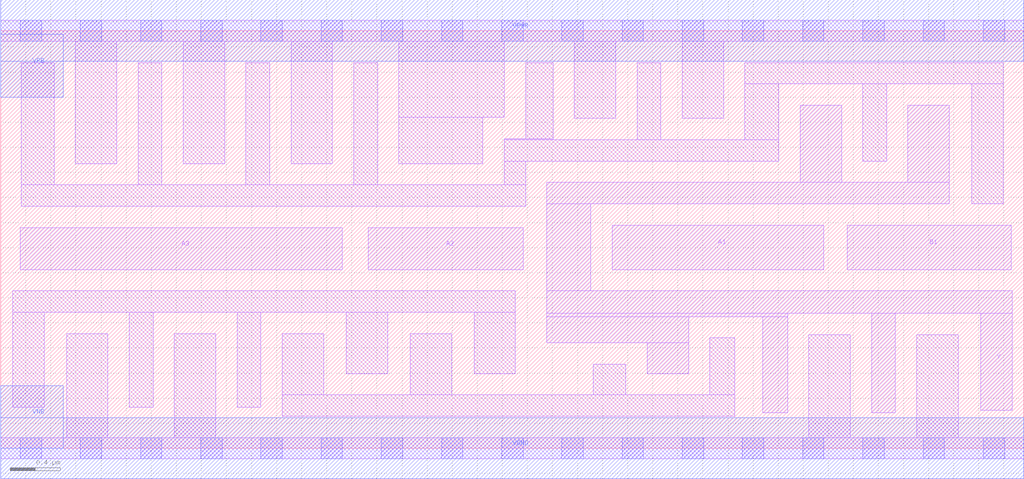
<source format=lef>
# Copyright 2020 The SkyWater PDK Authors
#
# Licensed under the Apache License, Version 2.0 (the "License");
# you may not use this file except in compliance with the License.
# You may obtain a copy of the License at
#
#     https://www.apache.org/licenses/LICENSE-2.0
#
# Unless required by applicable law or agreed to in writing, software
# distributed under the License is distributed on an "AS IS" BASIS,
# WITHOUT WARRANTIES OR CONDITIONS OF ANY KIND, either express or implied.
# See the License for the specific language governing permissions and
# limitations under the License.
#
# SPDX-License-Identifier: Apache-2.0

VERSION 5.5 ;
NAMESCASESENSITIVE ON ;
BUSBITCHARS "[]" ;
DIVIDERCHAR "/" ;
MACRO sky130_fd_sc_lp__a31oi_4
  CLASS CORE ;
  SOURCE USER ;
  ORIGIN  0.000000  0.000000 ;
  SIZE  8.160000 BY  3.330000 ;
  SYMMETRY X Y R90 ;
  SITE unit ;
  PIN A1
    ANTENNAGATEAREA  1.260000 ;
    DIRECTION INPUT ;
    USE SIGNAL ;
    PORT
      LAYER li1 ;
        RECT 4.875000 1.425000 6.565000 1.780000 ;
    END
  END A1
  PIN A2
    ANTENNAGATEAREA  1.260000 ;
    DIRECTION INPUT ;
    USE SIGNAL ;
    PORT
      LAYER li1 ;
        RECT 2.930000 1.425000 4.165000 1.760000 ;
    END
  END A2
  PIN A3
    ANTENNAGATEAREA  1.260000 ;
    DIRECTION INPUT ;
    USE SIGNAL ;
    PORT
      LAYER li1 ;
        RECT 0.155000 1.425000 2.725000 1.760000 ;
    END
  END A3
  PIN B1
    ANTENNAGATEAREA  1.260000 ;
    DIRECTION INPUT ;
    USE SIGNAL ;
    PORT
      LAYER li1 ;
        RECT 6.750000 1.425000 8.060000 1.780000 ;
    END
  END B1
  PIN Y
    ANTENNADIFFAREA  1.856400 ;
    DIRECTION OUTPUT ;
    USE SIGNAL ;
    PORT
      LAYER li1 ;
        RECT 4.355000 0.840000 5.485000 1.050000 ;
        RECT 4.355000 1.050000 6.275000 1.075000 ;
        RECT 4.355000 1.075000 8.065000 1.255000 ;
        RECT 4.355000 1.255000 4.705000 1.950000 ;
        RECT 4.355000 1.950000 7.565000 2.120000 ;
        RECT 5.155000 0.595000 5.485000 0.840000 ;
        RECT 6.075000 0.285000 6.275000 1.050000 ;
        RECT 6.375000 2.120000 6.705000 2.735000 ;
        RECT 6.945000 0.285000 7.135000 1.075000 ;
        RECT 7.235000 2.120000 7.565000 2.735000 ;
        RECT 7.815000 0.305000 8.065000 1.075000 ;
    END
  END Y
  PIN VGND
    DIRECTION INOUT ;
    USE GROUND ;
    PORT
      LAYER met1 ;
        RECT 0.000000 -0.245000 8.160000 0.245000 ;
    END
  END VGND
  PIN VNB
    DIRECTION INOUT ;
    USE GROUND ;
    PORT
    END
  END VNB
  PIN VPB
    DIRECTION INOUT ;
    USE POWER ;
    PORT
    END
  END VPB
  PIN VNB
    DIRECTION INOUT ;
    USE GROUND ;
    PORT
      LAYER met1 ;
        RECT 0.000000 0.000000 0.500000 0.500000 ;
    END
  END VNB
  PIN VPB
    DIRECTION INOUT ;
    USE POWER ;
    PORT
      LAYER met1 ;
        RECT 0.000000 2.800000 0.500000 3.300000 ;
    END
  END VPB
  PIN VPWR
    DIRECTION INOUT ;
    USE POWER ;
    PORT
      LAYER met1 ;
        RECT 0.000000 3.085000 8.160000 3.575000 ;
    END
  END VPWR
  OBS
    LAYER li1 ;
      RECT 0.000000 -0.085000 8.160000 0.085000 ;
      RECT 0.000000  3.245000 8.160000 3.415000 ;
      RECT 0.095000  0.325000 0.345000 1.085000 ;
      RECT 0.095000  1.085000 4.105000 1.255000 ;
      RECT 0.165000  1.930000 4.185000 2.100000 ;
      RECT 0.165000  2.100000 0.425000 3.075000 ;
      RECT 0.525000  0.085000 0.855000 0.915000 ;
      RECT 0.595000  2.270000 0.925000 3.245000 ;
      RECT 1.025000  0.325000 1.215000 1.085000 ;
      RECT 1.095000  2.100000 1.285000 3.075000 ;
      RECT 1.385000  0.085000 1.715000 0.915000 ;
      RECT 1.455000  2.270000 1.785000 3.245000 ;
      RECT 1.885000  0.325000 2.075000 1.085000 ;
      RECT 1.955000  2.100000 2.145000 3.075000 ;
      RECT 2.245000  0.255000 5.855000 0.425000 ;
      RECT 2.245000  0.425000 2.575000 0.915000 ;
      RECT 2.315000  2.270000 2.645000 3.245000 ;
      RECT 2.755000  0.595000 3.085000 1.085000 ;
      RECT 2.815000  2.100000 3.005000 3.075000 ;
      RECT 3.175000  2.270000 3.845000 2.640000 ;
      RECT 3.175000  2.640000 4.015000 3.245000 ;
      RECT 3.265000  0.425000 3.595000 0.915000 ;
      RECT 3.775000  0.595000 4.105000 1.085000 ;
      RECT 4.015000  2.100000 4.185000 2.290000 ;
      RECT 4.015000  2.290000 6.205000 2.460000 ;
      RECT 4.015000  2.460000 4.405000 2.470000 ;
      RECT 4.185000  2.470000 4.405000 3.075000 ;
      RECT 4.575000  2.630000 4.905000 3.245000 ;
      RECT 4.725000  0.425000 4.985000 0.670000 ;
      RECT 5.075000  2.460000 5.265000 3.075000 ;
      RECT 5.435000  2.630000 5.765000 3.245000 ;
      RECT 5.655000  0.425000 5.855000 0.880000 ;
      RECT 5.935000  2.460000 6.205000 2.905000 ;
      RECT 5.935000  2.905000 7.995000 3.075000 ;
      RECT 6.445000  0.085000 6.775000 0.905000 ;
      RECT 6.875000  2.290000 7.065000 2.905000 ;
      RECT 7.305000  0.085000 7.635000 0.905000 ;
      RECT 7.745000  1.950000 7.995000 2.905000 ;
    LAYER mcon ;
      RECT 0.155000 -0.085000 0.325000 0.085000 ;
      RECT 0.155000  3.245000 0.325000 3.415000 ;
      RECT 0.635000 -0.085000 0.805000 0.085000 ;
      RECT 0.635000  3.245000 0.805000 3.415000 ;
      RECT 1.115000 -0.085000 1.285000 0.085000 ;
      RECT 1.115000  3.245000 1.285000 3.415000 ;
      RECT 1.595000 -0.085000 1.765000 0.085000 ;
      RECT 1.595000  3.245000 1.765000 3.415000 ;
      RECT 2.075000 -0.085000 2.245000 0.085000 ;
      RECT 2.075000  3.245000 2.245000 3.415000 ;
      RECT 2.555000 -0.085000 2.725000 0.085000 ;
      RECT 2.555000  3.245000 2.725000 3.415000 ;
      RECT 3.035000 -0.085000 3.205000 0.085000 ;
      RECT 3.035000  3.245000 3.205000 3.415000 ;
      RECT 3.515000 -0.085000 3.685000 0.085000 ;
      RECT 3.515000  3.245000 3.685000 3.415000 ;
      RECT 3.995000 -0.085000 4.165000 0.085000 ;
      RECT 3.995000  3.245000 4.165000 3.415000 ;
      RECT 4.475000 -0.085000 4.645000 0.085000 ;
      RECT 4.475000  3.245000 4.645000 3.415000 ;
      RECT 4.955000 -0.085000 5.125000 0.085000 ;
      RECT 4.955000  3.245000 5.125000 3.415000 ;
      RECT 5.435000 -0.085000 5.605000 0.085000 ;
      RECT 5.435000  3.245000 5.605000 3.415000 ;
      RECT 5.915000 -0.085000 6.085000 0.085000 ;
      RECT 5.915000  3.245000 6.085000 3.415000 ;
      RECT 6.395000 -0.085000 6.565000 0.085000 ;
      RECT 6.395000  3.245000 6.565000 3.415000 ;
      RECT 6.875000 -0.085000 7.045000 0.085000 ;
      RECT 6.875000  3.245000 7.045000 3.415000 ;
      RECT 7.355000 -0.085000 7.525000 0.085000 ;
      RECT 7.355000  3.245000 7.525000 3.415000 ;
      RECT 7.835000 -0.085000 8.005000 0.085000 ;
      RECT 7.835000  3.245000 8.005000 3.415000 ;
  END
END sky130_fd_sc_lp__a31oi_4
END LIBRARY

</source>
